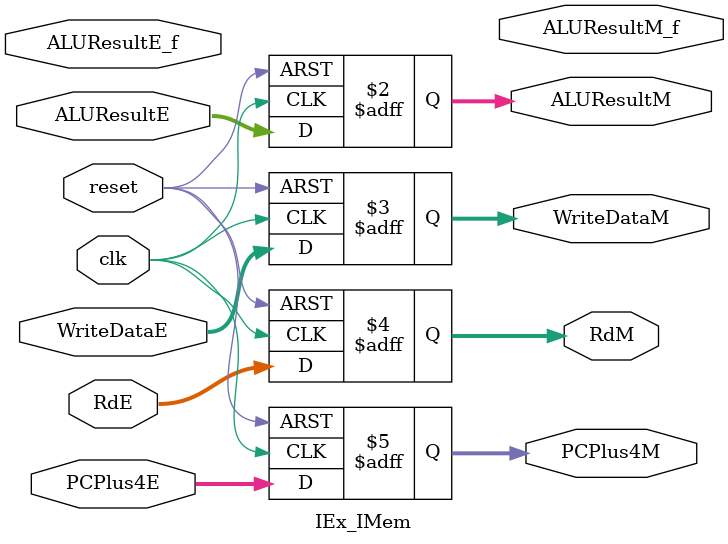
<source format=v>
/*
	Name: Pipeline register between Datapath Execution and Memory Access Stage
*/



module IEx_IMem (clk, reset, ALUResultE, WriteDataE, RdE, PCPlus4E, ALUResultM, WriteDataM, RdM, PCPlus4M,ALUResultE_f,ALUResultM_f);
	
	input clk, reset;
	input [31:0] ALUResultE,ALUResultE_f, WriteDataE;
	input [4:0] RdE;
	input [31:0] PCPlus4E;
	output reg [31:0] ALUResultM, WriteDataM, ALUResultM_f;
	output  reg[4:0] RdM;
	output reg[31:0] PCPlus4M;

always @( posedge clk, posedge reset ) begin 
    if (reset) begin
        ALUResultM <= 0;
        WriteDataM <= 0;
        RdM <= 0; 
        PCPlus4M <= 0;
    end

    else begin
        ALUResultM <= ALUResultE;
        WriteDataM <= WriteDataE;
        RdM <= RdE; 
        PCPlus4M <= PCPlus4E;        
    end
    
end

endmodule


</source>
